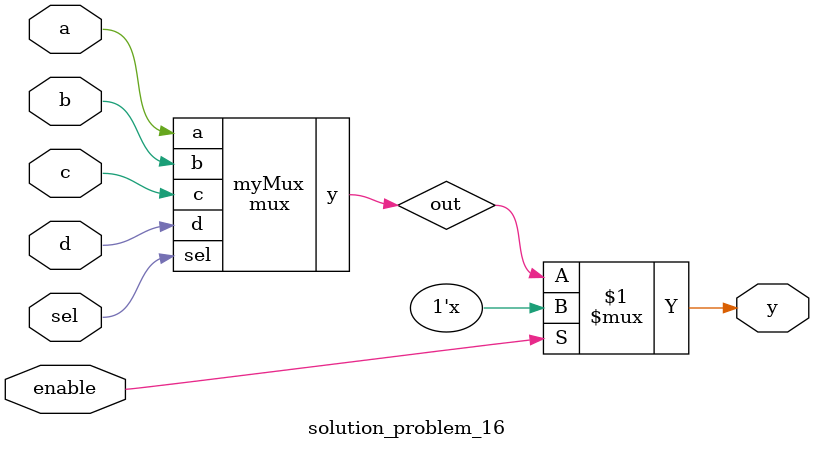
<source format=v>
module mux(input a,b,c,d,sel,output y);
    wire a0,b0;
    wire a1,b1;

    nand nand1(a0, a,b);
    nand nand2(b0,c,d);

    and and1(a1,~sel,a0);
    and and2(b1, sel, b0);

    or or1(y, a1,b1);
endmodule

module solution_problem_16(input enable, a,b,c,d,sel,output y);
    wire out;
    mux myMux(.a(a),.b(b),.c(c),.d(d),.sel(sel),.y(out));
    bufif0 myBuffer(y,out,enable);
endmodule
</source>
